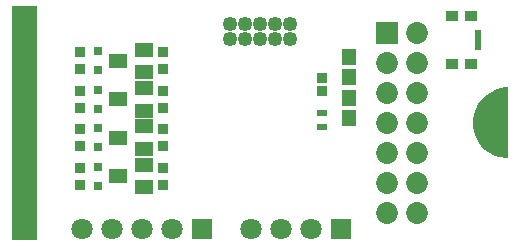
<source format=gts>
G04*
G04 #@! TF.GenerationSoftware,Altium Limited,Altium Designer,22.11.1 (43)*
G04*
G04 Layer_Color=8388736*
%FSLAX44Y44*%
%MOMM*%
G71*
G04*
G04 #@! TF.SameCoordinates,238175EB-3BB2-4886-BFDA-CBBE0BB03E55*
G04*
G04*
G04 #@! TF.FilePolarity,Negative*
G04*
G01*
G75*
%ADD16R,0.8000X0.8000*%
%ADD17R,1.0000X0.9000*%
%ADD18R,0.5500X1.7000*%
%ADD20R,0.8250X0.6250*%
%ADD21R,0.9621X0.9350*%
%ADD23R,0.8121X0.9311*%
%ADD24R,1.7032X0.5532*%
%ADD25R,1.6032X1.2032*%
%ADD26R,1.3032X1.4532*%
%ADD27C,1.2532*%
%ADD28C,1.8032*%
%ADD29R,1.8032X1.8032*%
%ADD30C,1.8532*%
%ADD31R,1.8532X1.8532*%
G36*
X-0Y249250D02*
X2Y50750D01*
X21000Y50750D01*
X21000Y249250D01*
X-0Y249250D01*
D02*
G37*
G36*
X420000Y120000D02*
X417639D01*
X412975Y120738D01*
X408484Y122197D01*
X404276Y124341D01*
X400456Y127117D01*
X397117Y130456D01*
X394341Y134276D01*
X392197Y138483D01*
X390738Y142975D01*
X390000Y147639D01*
Y152361D01*
X390738Y157025D01*
X392197Y161516D01*
X394341Y165723D01*
X397117Y169543D01*
X400456Y172882D01*
X404276Y175658D01*
X408484Y177802D01*
X412975Y179261D01*
X417639Y180000D01*
X420000D01*
D01*
Y120000D01*
D02*
G37*
D16*
X72500Y210500D02*
D03*
Y194500D02*
D03*
Y129500D02*
D03*
Y145500D02*
D03*
Y97000D02*
D03*
Y113000D02*
D03*
Y162000D02*
D03*
Y178000D02*
D03*
D17*
X388000Y240500D02*
D03*
Y199500D02*
D03*
X372000Y240500D02*
D03*
Y199500D02*
D03*
D18*
X394250Y220000D02*
D03*
D20*
X262500Y146750D02*
D03*
Y158250D02*
D03*
D21*
X127500Y209654D02*
D03*
Y195346D02*
D03*
X57500Y97846D02*
D03*
Y112154D02*
D03*
X127500Y97846D02*
D03*
Y112154D02*
D03*
Y162846D02*
D03*
Y177154D02*
D03*
Y130346D02*
D03*
Y144654D02*
D03*
X57500Y209654D02*
D03*
Y195346D02*
D03*
Y177154D02*
D03*
Y162846D02*
D03*
Y144654D02*
D03*
Y130346D02*
D03*
D23*
X262500Y177095D02*
D03*
Y187905D02*
D03*
D24*
X12500Y57500D02*
D03*
Y62500D02*
D03*
Y67500D02*
D03*
Y72500D02*
D03*
Y77500D02*
D03*
Y82500D02*
D03*
Y87500D02*
D03*
Y92500D02*
D03*
Y97500D02*
D03*
Y102500D02*
D03*
Y107500D02*
D03*
Y112500D02*
D03*
Y137500D02*
D03*
Y142500D02*
D03*
Y147500D02*
D03*
Y152500D02*
D03*
Y157500D02*
D03*
Y162500D02*
D03*
Y167500D02*
D03*
Y172500D02*
D03*
Y177500D02*
D03*
Y182500D02*
D03*
Y187500D02*
D03*
Y192500D02*
D03*
Y197500D02*
D03*
Y202500D02*
D03*
Y207500D02*
D03*
Y212500D02*
D03*
Y217500D02*
D03*
Y222500D02*
D03*
Y227500D02*
D03*
Y232500D02*
D03*
Y237500D02*
D03*
Y242500D02*
D03*
D25*
X111000Y212000D02*
D03*
X89000Y202500D02*
D03*
X111000Y193000D02*
D03*
Y95500D02*
D03*
X89000Y105000D02*
D03*
X111000Y114500D02*
D03*
Y160500D02*
D03*
X89000Y170000D02*
D03*
X111000Y179500D02*
D03*
Y128000D02*
D03*
X89000Y137500D02*
D03*
X111000Y147000D02*
D03*
D26*
X285000Y189000D02*
D03*
Y206000D02*
D03*
Y154000D02*
D03*
Y171000D02*
D03*
D27*
X235400Y233850D02*
D03*
Y221150D02*
D03*
X222700Y233850D02*
D03*
X210000D02*
D03*
X222700Y221150D02*
D03*
X210000D02*
D03*
X197300Y233850D02*
D03*
X184600D02*
D03*
X197300Y221150D02*
D03*
X184600D02*
D03*
D28*
X252700Y60000D02*
D03*
X227300D02*
D03*
X201900D02*
D03*
X110000D02*
D03*
X135400D02*
D03*
X84600D02*
D03*
X59200D02*
D03*
D29*
X278100D02*
D03*
X160800D02*
D03*
D30*
X342700Y73800D02*
D03*
Y99200D02*
D03*
X317300Y73800D02*
D03*
Y99200D02*
D03*
X342700Y124600D02*
D03*
X317300D02*
D03*
X342700Y200800D02*
D03*
X317300D02*
D03*
X342700Y226200D02*
D03*
X317300Y175400D02*
D03*
X342700D02*
D03*
X317300Y150000D02*
D03*
X342700D02*
D03*
D31*
X317300Y226200D02*
D03*
M02*

</source>
